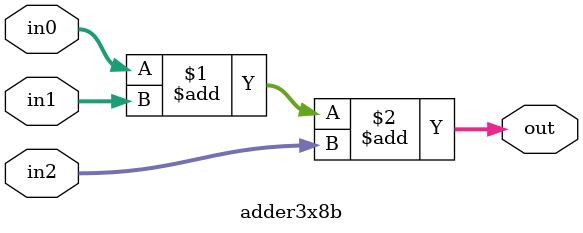
<source format=v>
`timescale 1ns / 1ps

module adder3x8b(
    input [7:0] in0, in1, in2,
    output [7:0] out
    );
    assign out = in0 + in1 + in2;
endmodule

</source>
